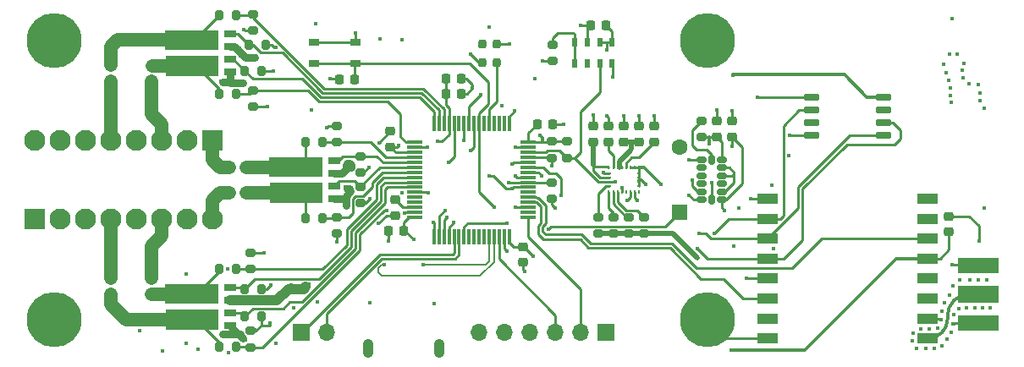
<source format=gtl>
%TF.GenerationSoftware,KiCad,Pcbnew,(6.0.5)*%
%TF.CreationDate,2023-05-13T15:18:51-04:00*%
%TF.ProjectId,SAP Mk2,53415020-4d6b-4322-9e6b-696361645f70,rev?*%
%TF.SameCoordinates,Original*%
%TF.FileFunction,Copper,L1,Top*%
%TF.FilePolarity,Positive*%
%FSLAX46Y46*%
G04 Gerber Fmt 4.6, Leading zero omitted, Abs format (unit mm)*
G04 Created by KiCad (PCBNEW (6.0.5)) date 2023-05-13 15:18:51*
%MOMM*%
%LPD*%
G01*
G04 APERTURE LIST*
G04 Aperture macros list*
%AMRoundRect*
0 Rectangle with rounded corners*
0 $1 Rounding radius*
0 $2 $3 $4 $5 $6 $7 $8 $9 X,Y pos of 4 corners*
0 Add a 4 corners polygon primitive as box body*
4,1,4,$2,$3,$4,$5,$6,$7,$8,$9,$2,$3,0*
0 Add four circle primitives for the rounded corners*
1,1,$1+$1,$2,$3*
1,1,$1+$1,$4,$5*
1,1,$1+$1,$6,$7*
1,1,$1+$1,$8,$9*
0 Add four rect primitives between the rounded corners*
20,1,$1+$1,$2,$3,$4,$5,0*
20,1,$1+$1,$4,$5,$6,$7,0*
20,1,$1+$1,$6,$7,$8,$9,0*
20,1,$1+$1,$8,$9,$2,$3,0*%
%AMFreePoly0*
4,1,9,-0.284426,1.863909,0.285574,1.863909,0.285574,3.063909,0.985574,3.063909,0.985574,-2.236091,-0.984426,-2.236091,-0.984426,3.063909,-0.284426,3.063909,-0.284426,1.863909,-0.284426,1.863909,$1*%
%AMFreePoly1*
4,1,9,-0.313160,1.982989,0.256840,1.982989,0.256840,3.182989,0.956840,3.182989,0.956840,-2.117011,-1.013160,-2.117011,-1.013160,3.182989,-0.313160,3.182989,-0.313160,1.982989,-0.313160,1.982989,$1*%
G04 Aperture macros list end*
%TA.AperFunction,SMDPad,CuDef*%
%ADD10RoundRect,0.200000X0.200000X0.275000X-0.200000X0.275000X-0.200000X-0.275000X0.200000X-0.275000X0*%
%TD*%
%TA.AperFunction,SMDPad,CuDef*%
%ADD11RoundRect,0.225000X-0.225000X-0.250000X0.225000X-0.250000X0.225000X0.250000X-0.225000X0.250000X0*%
%TD*%
%TA.AperFunction,SMDPad,CuDef*%
%ADD12RoundRect,0.200000X0.275000X-0.200000X0.275000X0.200000X-0.275000X0.200000X-0.275000X-0.200000X0*%
%TD*%
%TA.AperFunction,SMDPad,CuDef*%
%ADD13RoundRect,0.225000X0.250000X-0.225000X0.250000X0.225000X-0.250000X0.225000X-0.250000X-0.225000X0*%
%TD*%
%TA.AperFunction,SMDPad,CuDef*%
%ADD14RoundRect,0.225000X-0.250000X0.225000X-0.250000X-0.225000X0.250000X-0.225000X0.250000X0.225000X0*%
%TD*%
%TA.AperFunction,ComponentPad*%
%ADD15C,5.500000*%
%TD*%
%TA.AperFunction,SMDPad,CuDef*%
%ADD16R,1.150000X0.700000*%
%TD*%
%TA.AperFunction,SMDPad,CuDef*%
%ADD17FreePoly0,90.000000*%
%TD*%
%TA.AperFunction,SMDPad,CuDef*%
%ADD18FreePoly1,90.000000*%
%TD*%
%TA.AperFunction,SMDPad,CuDef*%
%ADD19RoundRect,0.200000X-0.275000X0.200000X-0.275000X-0.200000X0.275000X-0.200000X0.275000X0.200000X0*%
%TD*%
%TA.AperFunction,SMDPad,CuDef*%
%ADD20RoundRect,0.200000X-0.200000X-0.250000X0.200000X-0.250000X0.200000X0.250000X-0.200000X0.250000X0*%
%TD*%
%TA.AperFunction,SMDPad,CuDef*%
%ADD21RoundRect,0.225000X0.225000X0.250000X-0.225000X0.250000X-0.225000X-0.250000X0.225000X-0.250000X0*%
%TD*%
%TA.AperFunction,SMDPad,CuDef*%
%ADD22R,4.190000X1.780000*%
%TD*%
%TA.AperFunction,SMDPad,CuDef*%
%ADD23R,4.190000X1.500000*%
%TD*%
%TA.AperFunction,SMDPad,CuDef*%
%ADD24R,2.000000X1.000000*%
%TD*%
%TA.AperFunction,SMDPad,CuDef*%
%ADD25R,1.050000X0.650000*%
%TD*%
%TA.AperFunction,SMDPad,CuDef*%
%ADD26RoundRect,0.150000X0.325000X0.150000X-0.325000X0.150000X-0.325000X-0.150000X0.325000X-0.150000X0*%
%TD*%
%TA.AperFunction,SMDPad,CuDef*%
%ADD27RoundRect,0.150000X0.150000X0.325000X-0.150000X0.325000X-0.150000X-0.325000X0.150000X-0.325000X0*%
%TD*%
%TA.AperFunction,SMDPad,CuDef*%
%ADD28RoundRect,0.075000X-0.075000X0.700000X-0.075000X-0.700000X0.075000X-0.700000X0.075000X0.700000X0*%
%TD*%
%TA.AperFunction,SMDPad,CuDef*%
%ADD29RoundRect,0.075000X-0.700000X0.075000X-0.700000X-0.075000X0.700000X-0.075000X0.700000X0.075000X0*%
%TD*%
%TA.AperFunction,SMDPad,CuDef*%
%ADD30R,0.550000X0.950000*%
%TD*%
%TA.AperFunction,SMDPad,CuDef*%
%ADD31R,0.230000X0.350000*%
%TD*%
%TA.AperFunction,SMDPad,CuDef*%
%ADD32R,0.350000X0.230000*%
%TD*%
%TA.AperFunction,SMDPad,CuDef*%
%ADD33RoundRect,0.150000X-0.650000X-0.150000X0.650000X-0.150000X0.650000X0.150000X-0.650000X0.150000X0*%
%TD*%
%TA.AperFunction,ComponentPad*%
%ADD34R,1.700000X1.700000*%
%TD*%
%TA.AperFunction,ComponentPad*%
%ADD35O,1.700000X1.700000*%
%TD*%
%TA.AperFunction,ComponentPad*%
%ADD36O,1.050000X1.900000*%
%TD*%
%TA.AperFunction,ComponentPad*%
%ADD37R,2.100000X2.100000*%
%TD*%
%TA.AperFunction,ComponentPad*%
%ADD38C,2.100000*%
%TD*%
%TA.AperFunction,ComponentPad*%
%ADD39R,1.600000X1.600000*%
%TD*%
%TA.AperFunction,ComponentPad*%
%ADD40C,1.600000*%
%TD*%
%TA.AperFunction,ViaPad*%
%ADD41C,0.450000*%
%TD*%
%TA.AperFunction,Conductor*%
%ADD42C,0.250000*%
%TD*%
%TA.AperFunction,Conductor*%
%ADD43C,0.353000*%
%TD*%
%TA.AperFunction,Conductor*%
%ADD44C,0.750000*%
%TD*%
%TA.AperFunction,Conductor*%
%ADD45C,0.300000*%
%TD*%
%TA.AperFunction,Conductor*%
%ADD46C,1.000000*%
%TD*%
%TA.AperFunction,Conductor*%
%ADD47C,0.350000*%
%TD*%
%TA.AperFunction,Conductor*%
%ADD48C,0.500000*%
%TD*%
%TA.AperFunction,Conductor*%
%ADD49C,1.350000*%
%TD*%
%TA.AperFunction,Conductor*%
%ADD50C,0.200000*%
%TD*%
G04 APERTURE END LIST*
D10*
%TO.P,R38,1*%
%TO.N,GNDREF*%
X124675400Y-105867200D03*
%TO.P,R38,2*%
%TO.N,/PY6*%
X123025400Y-105867200D03*
%TD*%
D11*
%TO.P,C8,1*%
%TO.N,GNDREF*%
X157213000Y-103886000D03*
%TO.P,C8,2*%
%TO.N,+3V3*%
X158763000Y-103886000D03*
%TD*%
D12*
%TO.P,R11,1*%
%TO.N,/SCL*%
X153340341Y-117195376D03*
%TO.P,R11,2*%
%TO.N,+3V3*%
X153340341Y-115545376D03*
%TD*%
D13*
%TO.P,C5,1*%
%TO.N,+3V3*%
X157480000Y-115583000D03*
%TO.P,C5,2*%
%TO.N,GNDREF*%
X157480000Y-114033000D03*
%TD*%
D12*
%TO.P,R14,1*%
%TO.N,/SENSE1*%
X123190000Y-136156200D03*
%TO.P,R14,2*%
%TO.N,GNDREF*%
X123190000Y-134506200D03*
%TD*%
D14*
%TO.P,C12,1*%
%TO.N,Net-(C12-Pad1)*%
X137668000Y-121399000D03*
%TO.P,C12,2*%
%TO.N,GNDREF*%
X137668000Y-122949000D03*
%TD*%
D15*
%TO.P,REF\u002A\u002A,1*%
%TO.N,GNDREF*%
X168910000Y-133350000D03*
%TD*%
D12*
%TO.P,R12,1*%
%TO.N,/SDA*%
X154864341Y-117195376D03*
%TO.P,R12,2*%
%TO.N,+3V3*%
X154864341Y-115545376D03*
%TD*%
D16*
%TO.P,Q1,1,S1*%
%TO.N,GNDREF*%
X121131000Y-133985000D03*
%TO.P,Q1,2,G1*%
%TO.N,/PY1*%
X121131000Y-132715000D03*
%TO.P,Q1,3,S2*%
%TO.N,GNDREF*%
X121131000Y-131445000D03*
%TO.P,Q1,4,G2*%
%TO.N,/PY2*%
X121131000Y-130175000D03*
D17*
%TO.P,Q1,5,D1*%
%TO.N,/FET1*%
X117719909Y-133350574D03*
D18*
%TO.P,Q1,6,D2*%
%TO.N,/FET2*%
X117838989Y-130781840D03*
%TD*%
D14*
%TO.P,C2,1*%
%TO.N,GNDREF*%
X169815000Y-113525000D03*
%TO.P,C2,2*%
%TO.N,+3V3*%
X169815000Y-115075000D03*
%TD*%
D12*
%TO.P,R20,1*%
%TO.N,/SENSE2*%
X123190000Y-128333000D03*
%TO.P,R20,2*%
%TO.N,GNDREF*%
X123190000Y-126683000D03*
%TD*%
D19*
%TO.P,R1,1*%
%TO.N,Net-(R1-Pad1)*%
X159512000Y-123127000D03*
%TO.P,R1,2*%
%TO.N,+3V3*%
X159512000Y-124777000D03*
%TD*%
D20*
%TO.P,Y1,1,Tri-State*%
%TO.N,unconnected-(Y1-Pad1)*%
X146341000Y-105755000D03*
%TO.P,Y1,2,GND*%
%TO.N,GNDREF*%
X146341000Y-107605000D03*
%TO.P,Y1,3,OUT*%
%TO.N,Net-(U6-Pad5)*%
X147791000Y-107605000D03*
%TO.P,Y1,4,VDD*%
%TO.N,+3V3*%
X147791000Y-105755000D03*
%TD*%
D21*
%TO.P,C11,1*%
%TO.N,/NRST*%
X133612489Y-109316978D03*
%TO.P,C11,2*%
%TO.N,GNDREF*%
X132062489Y-109316978D03*
%TD*%
D19*
%TO.P,R28,1*%
%TO.N,/SENSE6*%
X123444000Y-102807000D03*
%TO.P,R28,2*%
%TO.N,GNDREF*%
X123444000Y-104457000D03*
%TD*%
D13*
%TO.P,C9,1*%
%TO.N,Net-(C9-Pad1)*%
X159004000Y-115583000D03*
%TO.P,C9,2*%
%TO.N,GNDREF*%
X159004000Y-114033000D03*
%TD*%
D12*
%TO.P,R16,1*%
%TO.N,/SENSE4*%
X131826000Y-115633000D03*
%TO.P,R16,2*%
%TO.N,GNDREF*%
X131826000Y-113983000D03*
%TD*%
D10*
%TO.P,R31,1*%
%TO.N,GNDREF*%
X124269000Y-130302000D03*
%TO.P,R31,2*%
%TO.N,/PY2*%
X122619000Y-130302000D03*
%TD*%
D12*
%TO.P,R6,1*%
%TO.N,+3V3*%
X157988000Y-124777000D03*
%TO.P,R6,2*%
%TO.N,Net-(R6-Pad2)*%
X157988000Y-123127000D03*
%TD*%
D13*
%TO.P,C4,1*%
%TO.N,+3V3*%
X160528000Y-115583000D03*
%TO.P,C4,2*%
%TO.N,GNDREF*%
X160528000Y-114033000D03*
%TD*%
D11*
%TO.P,C13,1*%
%TO.N,+3V3*%
X151867000Y-113792000D03*
%TO.P,C13,2*%
%TO.N,GNDREF*%
X153417000Y-113792000D03*
%TD*%
D13*
%TO.P,C20,1*%
%TO.N,+3V3*%
X193040000Y-124600000D03*
%TO.P,C20,2*%
%TO.N,GNDREF*%
X193040000Y-123050000D03*
%TD*%
D10*
%TO.P,R24,1*%
%TO.N,/SENSE5*%
X121729000Y-110794800D03*
%TO.P,R24,2*%
%TO.N,/FET5*%
X120079000Y-110794800D03*
%TD*%
D22*
%TO.P,AE1,1,A*%
%TO.N,Net-(AE1-Pad1)*%
X196013492Y-130837784D03*
D23*
%TO.P,AE1,2,Shield*%
%TO.N,GNDREF*%
X196013492Y-133744324D03*
X196013492Y-127931244D03*
%TD*%
D24*
%TO.P,U5,1,GND*%
%TO.N,GNDREF*%
X174880000Y-121270000D03*
%TO.P,U5,2,MISO*%
%TO.N,/MISO*%
X174880000Y-123270000D03*
%TO.P,U5,3,MOSI*%
%TO.N,/MOSI*%
X174880000Y-125270000D03*
%TO.P,U5,4,SCK*%
%TO.N,/SCK*%
X174880000Y-127270000D03*
%TO.P,U5,5,NSS*%
%TO.N,/CS_LoRa*%
X174880000Y-129270000D03*
%TO.P,U5,6,RESET*%
%TO.N,/LoRa_RST*%
X174880000Y-131270000D03*
%TO.P,U5,7,DIO5*%
%TO.N,unconnected-(U5-Pad7)*%
X174880000Y-133270000D03*
%TO.P,U5,8,GND*%
%TO.N,GNDREF*%
X174880000Y-135270000D03*
%TO.P,U5,9,ANT*%
%TO.N,Net-(AE1-Pad1)*%
X190880000Y-135270000D03*
%TO.P,U5,10,GND*%
%TO.N,GNDREF*%
X190880000Y-133270000D03*
%TO.P,U5,11,DIO3*%
%TO.N,unconnected-(U5-Pad11)*%
X190880000Y-131270000D03*
%TO.P,U5,12,DIO4*%
%TO.N,unconnected-(U5-Pad12)*%
X190880000Y-129270000D03*
%TO.P,U5,13,3.3V*%
%TO.N,+3V3*%
X190880000Y-127270000D03*
%TO.P,U5,14,DIO0*%
%TO.N,/LoRa_INT*%
X190880000Y-125270000D03*
%TO.P,U5,15,DIO1*%
%TO.N,unconnected-(U5-Pad15)*%
X190880000Y-123270000D03*
%TO.P,U5,16,DIO2*%
%TO.N,unconnected-(U5-Pad16)*%
X190880000Y-121270000D03*
%TD*%
D19*
%TO.P,R21,1*%
%TO.N,/FET5*%
X113284000Y-107887000D03*
%TO.P,R21,2*%
%TO.N,/FIRE5*%
X113284000Y-109537000D03*
%TD*%
%TO.P,R4,1*%
%TO.N,Net-(R4-Pad1)*%
X153416000Y-105855000D03*
%TO.P,R4,2*%
%TO.N,+3V3*%
X153416000Y-107505000D03*
%TD*%
D16*
%TO.P,Q2,1,S1*%
%TO.N,GNDREF*%
X131562011Y-121285000D03*
%TO.P,Q2,2,G1*%
%TO.N,/PY3*%
X131562011Y-120015000D03*
%TO.P,Q2,3,S2*%
%TO.N,GNDREF*%
X131562011Y-118745000D03*
%TO.P,Q2,4,G2*%
%TO.N,/PY4*%
X131562011Y-117475000D03*
D17*
%TO.P,Q2,5,D1*%
%TO.N,/FET3*%
X128150920Y-120650574D03*
D18*
%TO.P,Q2,6,D2*%
%TO.N,/FET4*%
X128270000Y-118081840D03*
%TD*%
D19*
%TO.P,R10,1*%
%TO.N,/MISO*%
X153340341Y-119641121D03*
%TO.P,R10,2*%
%TO.N,+3V3*%
X153340341Y-121291121D03*
%TD*%
D10*
%TO.P,R30,1*%
%TO.N,/SENSE6*%
X121729000Y-102870000D03*
%TO.P,R30,2*%
%TO.N,/FET6*%
X120079000Y-102870000D03*
%TD*%
D13*
%TO.P,C7,1*%
%TO.N,+3V3*%
X171339000Y-115075000D03*
%TO.P,C7,2*%
%TO.N,GNDREF*%
X171339000Y-113525000D03*
%TD*%
D10*
%TO.P,R23,1*%
%TO.N,/SENSE2*%
X121729000Y-128270000D03*
%TO.P,R23,2*%
%TO.N,/FET2*%
X120079000Y-128270000D03*
%TD*%
D25*
%TO.P,SW1,1,A*%
%TO.N,GNDREF*%
X133647000Y-105605000D03*
X129497000Y-105605000D03*
%TO.P,SW1,2,B*%
%TO.N,/NRST*%
X129497000Y-107755000D03*
X133647000Y-107755000D03*
%TD*%
D19*
%TO.P,R27,1*%
%TO.N,/FET6*%
X109220000Y-107887000D03*
%TO.P,R27,2*%
%TO.N,/FIRE6*%
X109220000Y-109537000D03*
%TD*%
D10*
%TO.P,R18,1*%
%TO.N,/SENSE4*%
X130365000Y-115570000D03*
%TO.P,R18,2*%
%TO.N,/FET4*%
X128715000Y-115570000D03*
%TD*%
D19*
%TO.P,R26,1*%
%TO.N,/SENSE3*%
X131826000Y-123127000D03*
%TO.P,R26,2*%
%TO.N,GNDREF*%
X131826000Y-124777000D03*
%TD*%
D11*
%TO.P,C18,1*%
%TO.N,+3V3*%
X142735000Y-109220000D03*
%TO.P,C18,2*%
%TO.N,GNDREF*%
X144285000Y-109220000D03*
%TD*%
D26*
%TO.P,U3,1,Vdd_I/O*%
%TO.N,+3V3*%
X170307000Y-121380000D03*
%TO.P,U3,2,GND*%
%TO.N,GNDREF*%
X170307000Y-120580000D03*
%TO.P,U3,3,RES*%
%TO.N,unconnected-(U3-Pad3)*%
X170307000Y-119780000D03*
%TO.P,U3,4,GND*%
%TO.N,GNDREF*%
X170307000Y-118980000D03*
%TO.P,U3,5,GND*%
X170307000Y-118180000D03*
%TO.P,U3,6,Vs*%
%TO.N,+3V3*%
X170307000Y-117380000D03*
D27*
%TO.P,U3,7,~{CS}*%
%TO.N,Net-(R3-Pad1)*%
X169307000Y-117380000D03*
D26*
%TO.P,U3,8,INT1*%
%TO.N,/HighG_INT*%
X168307000Y-117380000D03*
%TO.P,U3,9,INT2*%
%TO.N,unconnected-(U3-Pad9)*%
X168307000Y-118180000D03*
%TO.P,U3,10,NC*%
%TO.N,unconnected-(U3-Pad10)*%
X168307000Y-118980000D03*
%TO.P,U3,11,RES*%
%TO.N,unconnected-(U3-Pad11)*%
X168307000Y-119780000D03*
%TO.P,U3,12,SDO/ADDR*%
%TO.N,GNDREF*%
X168307000Y-120580000D03*
%TO.P,U3,13,SDA/SDI/SDIO*%
%TO.N,/SDA*%
X168307000Y-121380000D03*
D27*
%TO.P,U3,14,SCL/SCLK*%
%TO.N,/SCL*%
X169307000Y-121380000D03*
%TD*%
D19*
%TO.P,R5,1*%
%TO.N,Net-(R5-Pad1)*%
X161036000Y-123127000D03*
%TO.P,R5,2*%
%TO.N,+3V3*%
X161036000Y-124777000D03*
%TD*%
%TO.P,R22,1*%
%TO.N,/SENSE5*%
X123444000Y-110427000D03*
%TO.P,R22,2*%
%TO.N,GNDREF*%
X123444000Y-112077000D03*
%TD*%
D13*
%TO.P,C10,1*%
%TO.N,Net-(C10-Pad1)*%
X163576000Y-115583000D03*
%TO.P,C10,2*%
%TO.N,GNDREF*%
X163576000Y-114033000D03*
%TD*%
%TO.P,C1,1*%
%TO.N,+3V3*%
X162052000Y-115583000D03*
%TO.P,C1,2*%
%TO.N,GNDREF*%
X162052000Y-114033000D03*
%TD*%
D15*
%TO.P,REF\u002A\u002A,1*%
%TO.N,GNDREF*%
X103505000Y-133350000D03*
%TD*%
D10*
%TO.P,R15,1*%
%TO.N,/FET4*%
X122745000Y-118110000D03*
%TO.P,R15,2*%
%TO.N,/FIRE4*%
X121095000Y-118110000D03*
%TD*%
D28*
%TO.P,U6,1,VBAT*%
%TO.N,+3V3*%
X149038000Y-113705000D03*
%TO.P,U6,2,PC13*%
%TO.N,unconnected-(U6-Pad2)*%
X148538000Y-113705000D03*
%TO.P,U6,3,PC14*%
%TO.N,unconnected-(U6-Pad3)*%
X148038000Y-113705000D03*
%TO.P,U6,4,PC15*%
%TO.N,unconnected-(U6-Pad4)*%
X147538000Y-113705000D03*
%TO.P,U6,5,PH0*%
%TO.N,Net-(U6-Pad5)*%
X147038000Y-113705000D03*
%TO.P,U6,6,PH1*%
%TO.N,unconnected-(U6-Pad6)*%
X146538000Y-113705000D03*
%TO.P,U6,7,NRST*%
%TO.N,/NRST*%
X146038000Y-113705000D03*
%TO.P,U6,8,PC0*%
%TO.N,/CS_SD*%
X145538000Y-113705000D03*
%TO.P,U6,9,PC1*%
%TO.N,/CS_FL*%
X145038000Y-113705000D03*
%TO.P,U6,10,PC2*%
%TO.N,/CS_LoRa*%
X144538000Y-113705000D03*
%TO.P,U6,11,PC3*%
%TO.N,unconnected-(U6-Pad11)*%
X144038000Y-113705000D03*
%TO.P,U6,12,VSSA*%
%TO.N,GNDREF*%
X143538000Y-113705000D03*
%TO.P,U6,13,VDDA*%
%TO.N,+3V3*%
X143038000Y-113705000D03*
%TO.P,U6,14,PA0*%
%TO.N,/SENSE6*%
X142538000Y-113705000D03*
%TO.P,U6,15,PA1*%
%TO.N,/PY6*%
X142038000Y-113705000D03*
%TO.P,U6,16,PA2*%
%TO.N,/PY5*%
X141538000Y-113705000D03*
D29*
%TO.P,U6,17,PA3*%
%TO.N,/SENSE5*%
X139613000Y-115630000D03*
%TO.P,U6,18,VSS*%
%TO.N,GNDREF*%
X139613000Y-116130000D03*
%TO.P,U6,19,VDD*%
%TO.N,+3V3*%
X139613000Y-116630000D03*
%TO.P,U6,20,PA4*%
%TO.N,/SENSE4*%
X139613000Y-117130000D03*
%TO.P,U6,21,PA5*%
%TO.N,/PY4*%
X139613000Y-117630000D03*
%TO.P,U6,22,PA6*%
%TO.N,/PY3*%
X139613000Y-118130000D03*
%TO.P,U6,23,PA7*%
%TO.N,/SENSE3*%
X139613000Y-118630000D03*
%TO.P,U6,24,PC4*%
%TO.N,/SENSE2*%
X139613000Y-119130000D03*
%TO.P,U6,25,PC5*%
%TO.N,/PY2*%
X139613000Y-119630000D03*
%TO.P,U6,26,PB0*%
%TO.N,/PY1*%
X139613000Y-120130000D03*
%TO.P,U6,27,PB1*%
%TO.N,/SENSE1*%
X139613000Y-120630000D03*
%TO.P,U6,28,PB2*%
%TO.N,unconnected-(U6-Pad28)*%
X139613000Y-121130000D03*
%TO.P,U6,29,PB10*%
%TO.N,unconnected-(U6-Pad29)*%
X139613000Y-121630000D03*
%TO.P,U6,30,VCAP_1*%
%TO.N,Net-(C12-Pad1)*%
X139613000Y-122130000D03*
%TO.P,U6,31,VSS*%
%TO.N,GNDREF*%
X139613000Y-122630000D03*
%TO.P,U6,32,VDD*%
%TO.N,+3V3*%
X139613000Y-123130000D03*
D28*
%TO.P,U6,33,PB12*%
%TO.N,/HighG_INT*%
X141538000Y-125055000D03*
%TO.P,U6,34,PB13*%
%TO.N,/IMU_I1*%
X142038000Y-125055000D03*
%TO.P,U6,35,PB14*%
%TO.N,/IMU_I2*%
X142538000Y-125055000D03*
%TO.P,U6,36,PB15*%
%TO.N,/IMU_IM*%
X143038000Y-125055000D03*
%TO.P,U6,37,PC6*%
%TO.N,/SERVO1*%
X143538000Y-125055000D03*
%TO.P,U6,38,PC7*%
%TO.N,/SERVO2*%
X144038000Y-125055000D03*
%TO.P,U6,39,PC8*%
%TO.N,Net-(LS1-Pad1)*%
X144538000Y-125055000D03*
%TO.P,U6,40,PC9*%
%TO.N,unconnected-(U6-Pad40)*%
X145038000Y-125055000D03*
%TO.P,U6,41,PA8*%
%TO.N,unconnected-(U6-Pad41)*%
X145538000Y-125055000D03*
%TO.P,U6,42,PA9*%
%TO.N,unconnected-(U6-Pad42)*%
X146038000Y-125055000D03*
%TO.P,U6,43,PA10*%
%TO.N,unconnected-(U6-Pad43)*%
X146538000Y-125055000D03*
%TO.P,U6,44,PA11*%
%TO.N,/D-*%
X147038000Y-125055000D03*
%TO.P,U6,45,PA12*%
%TO.N,/D+*%
X147538000Y-125055000D03*
%TO.P,U6,46,PA13*%
%TO.N,/SWDIO*%
X148038000Y-125055000D03*
%TO.P,U6,47,VSS*%
%TO.N,GNDREF*%
X148538000Y-125055000D03*
%TO.P,U6,48,VDD*%
%TO.N,+3V3*%
X149038000Y-125055000D03*
D29*
%TO.P,U6,49,PA14*%
%TO.N,/SWCLK*%
X150963000Y-123130000D03*
%TO.P,U6,50,PA15*%
%TO.N,unconnected-(U6-Pad50)*%
X150963000Y-122630000D03*
%TO.P,U6,51,PC10*%
%TO.N,/FIX*%
X150963000Y-122130000D03*
%TO.P,U6,52,PC11*%
%TO.N,/LoRa_RST*%
X150963000Y-121630000D03*
%TO.P,U6,53,PC12*%
%TO.N,/LoRa_INT*%
X150963000Y-121130000D03*
%TO.P,U6,54,PD2*%
%TO.N,unconnected-(U6-Pad54)*%
X150963000Y-120630000D03*
%TO.P,U6,55,PB3*%
%TO.N,/SCK*%
X150963000Y-120130000D03*
%TO.P,U6,56,PB4*%
%TO.N,/MISO*%
X150963000Y-119630000D03*
%TO.P,U6,57,PB5*%
%TO.N,/MOSI*%
X150963000Y-119130000D03*
%TO.P,U6,58,PB6*%
%TO.N,/TX1*%
X150963000Y-118630000D03*
%TO.P,U6,59,PB7*%
%TO.N,/RX1*%
X150963000Y-118130000D03*
%TO.P,U6,60,BOOT0*%
%TO.N,/BOOT0*%
X150963000Y-117630000D03*
%TO.P,U6,61,PB8*%
%TO.N,/SCL*%
X150963000Y-117130000D03*
%TO.P,U6,62,PB9*%
%TO.N,/SDA*%
X150963000Y-116630000D03*
%TO.P,U6,63,VSS*%
%TO.N,GNDREF*%
X150963000Y-116130000D03*
%TO.P,U6,64,VDD*%
%TO.N,+3V3*%
X150963000Y-115630000D03*
%TD*%
D30*
%TO.P,U2,1,VDD*%
%TO.N,+3V3*%
X159355000Y-105605000D03*
%TO.P,U2,2,PS*%
X158105000Y-105605000D03*
%TO.P,U2,3,GND*%
%TO.N,GNDREF*%
X156855000Y-105605000D03*
%TO.P,U2,4,CSB*%
%TO.N,Net-(R4-Pad1)*%
X155605000Y-105605000D03*
%TO.P,U2,5,CSB*%
X155605000Y-107755000D03*
%TO.P,U2,6,SDO*%
%TO.N,unconnected-(U2-Pad6)*%
X156855000Y-107755000D03*
%TO.P,U2,7,SDI/SDA*%
%TO.N,/SDA*%
X158105000Y-107755000D03*
%TO.P,U2,8,SCLK*%
%TO.N,/SCL*%
X159355000Y-107755000D03*
%TD*%
D13*
%TO.P,C15,1*%
%TO.N,+3V3*%
X137160000Y-116091000D03*
%TO.P,C15,2*%
%TO.N,GNDREF*%
X137160000Y-114541000D03*
%TD*%
D19*
%TO.P,R3,1*%
%TO.N,Net-(R3-Pad1)*%
X168291000Y-113475000D03*
%TO.P,R3,2*%
%TO.N,+3V3*%
X168291000Y-115125000D03*
%TD*%
%TO.P,R2,1*%
%TO.N,Net-(R2-Pad1)*%
X162560000Y-123127000D03*
%TO.P,R2,2*%
%TO.N,+3V3*%
X162560000Y-124777000D03*
%TD*%
D14*
%TO.P,C14,1*%
%TO.N,+3V3*%
X150422078Y-126103070D03*
%TO.P,C14,2*%
%TO.N,GNDREF*%
X150422078Y-127653070D03*
%TD*%
D10*
%TO.P,R25,1*%
%TO.N,/FET3*%
X122745000Y-120650000D03*
%TO.P,R25,2*%
%TO.N,/FIRE3*%
X121095000Y-120650000D03*
%TD*%
%TO.P,R34,1*%
%TO.N,GNDREF*%
X124269000Y-133045200D03*
%TO.P,R34,2*%
%TO.N,/PY1*%
X122619000Y-133045200D03*
%TD*%
D12*
%TO.P,R13,1*%
%TO.N,/FET1*%
X109220000Y-130873000D03*
%TO.P,R13,2*%
%TO.N,/FIRE1*%
X109220000Y-129223000D03*
%TD*%
D21*
%TO.P,C16,1*%
%TO.N,+3V3*%
X138512449Y-124475255D03*
%TO.P,C16,2*%
%TO.N,GNDREF*%
X136962449Y-124475255D03*
%TD*%
D16*
%TO.P,Q3,1,S1*%
%TO.N,GNDREF*%
X121131000Y-108585000D03*
%TO.P,Q3,2,G1*%
%TO.N,/PY5*%
X121131000Y-107315000D03*
%TO.P,Q3,3,S2*%
%TO.N,GNDREF*%
X121131000Y-106045000D03*
%TO.P,Q3,4,G2*%
%TO.N,/PY6*%
X121131000Y-104775000D03*
D17*
%TO.P,Q3,5,D1*%
%TO.N,/FET5*%
X117719909Y-107950574D03*
D18*
%TO.P,Q3,6,D2*%
%TO.N,/FET6*%
X117838989Y-105381840D03*
%TD*%
D10*
%TO.P,R39,1*%
%TO.N,GNDREF*%
X124269000Y-108458000D03*
%TO.P,R39,2*%
%TO.N,/PY5*%
X122619000Y-108458000D03*
%TD*%
D31*
%TO.P,U4,1,VDDIO*%
%TO.N,+3V3*%
X159023000Y-118155000D03*
D32*
%TO.P,U4,2,SCL/SPC*%
%TO.N,/SCL*%
X159053000Y-118735000D03*
%TO.P,U4,3,VDDIO*%
%TO.N,+3V3*%
X159053000Y-119165000D03*
%TO.P,U4,4,SDA/SDI/SDO*%
%TO.N,/SDA*%
X159053000Y-119595000D03*
%TO.P,U4,5,SDO_A/G*%
%TO.N,Net-(R6-Pad2)*%
X159053000Y-120025000D03*
D31*
%TO.P,U4,6,SDO_M*%
%TO.N,Net-(R1-Pad1)*%
X159023000Y-120605000D03*
%TO.P,U4,7,CS_A/G*%
%TO.N,Net-(R5-Pad1)*%
X159453000Y-120605000D03*
%TO.P,U4,8,CS_M*%
%TO.N,Net-(R2-Pad1)*%
X159883000Y-120605000D03*
%TO.P,U4,9,DRDY_M*%
%TO.N,/IMU_IM*%
X160313000Y-120605000D03*
%TO.P,U4,10,INT_M*%
%TO.N,unconnected-(U4-Pad10)*%
X160743000Y-120605000D03*
%TO.P,U4,11,INT1_A/G*%
%TO.N,/IMU_I1*%
X161173000Y-120605000D03*
%TO.P,U4,12,INT2_A/G*%
%TO.N,/IMU_I2*%
X161603000Y-120605000D03*
%TO.P,U4,13,DEN_A/G*%
%TO.N,unconnected-(U4-Pad13)*%
X162033000Y-120605000D03*
D32*
%TO.P,U4,14,RES*%
%TO.N,GNDREF*%
X162003000Y-120025000D03*
%TO.P,U4,15,RES*%
X162003000Y-119595000D03*
%TO.P,U4,16,RES*%
X162003000Y-119165000D03*
%TO.P,U4,17,RES*%
X162003000Y-118735000D03*
D31*
%TO.P,U4,18,RES*%
X162033000Y-118155000D03*
%TO.P,U4,19,GND*%
X161603000Y-118155000D03*
%TO.P,U4,20,GND*%
X161173000Y-118155000D03*
%TO.P,U4,21,CAP*%
%TO.N,Net-(C10-Pad1)*%
X160743000Y-118155000D03*
%TO.P,U4,22,VDD*%
%TO.N,+3V3*%
X160313000Y-118155000D03*
%TO.P,U4,23,VDD*%
X159883000Y-118155000D03*
%TO.P,U4,24,C1*%
%TO.N,Net-(C9-Pad1)*%
X159453000Y-118155000D03*
%TD*%
D12*
%TO.P,R35,1*%
%TO.N,GNDREF*%
X134213600Y-121729000D03*
%TO.P,R35,2*%
%TO.N,/PY3*%
X134213600Y-120079000D03*
%TD*%
D10*
%TO.P,R29,1*%
%TO.N,/SENSE3*%
X130365000Y-123190000D03*
%TO.P,R29,2*%
%TO.N,/FET3*%
X128715000Y-123190000D03*
%TD*%
D15*
%TO.P,REF\u002A\u002A,1*%
%TO.N,GNDREF*%
X103505000Y-105410000D03*
%TD*%
D12*
%TO.P,R32,1*%
%TO.N,GNDREF*%
X134213600Y-118681000D03*
%TO.P,R32,2*%
%TO.N,/PY4*%
X134213600Y-117031000D03*
%TD*%
D11*
%TO.P,C17,1*%
%TO.N,+3V3*%
X142735000Y-110744000D03*
%TO.P,C17,2*%
%TO.N,GNDREF*%
X144285000Y-110744000D03*
%TD*%
D12*
%TO.P,R19,1*%
%TO.N,/FET2*%
X113284000Y-130873000D03*
%TO.P,R19,2*%
%TO.N,/FIRE2*%
X113284000Y-129223000D03*
%TD*%
D15*
%TO.P,REF\u002A\u002A,1*%
%TO.N,GNDREF*%
X168910000Y-105410000D03*
%TD*%
D33*
%TO.P,U8,1,~{CS}*%
%TO.N,/CS_FL*%
X179280000Y-111125000D03*
%TO.P,U8,2,DO(IO1)*%
%TO.N,/MISO*%
X179280000Y-112395000D03*
%TO.P,U8,3,IO2*%
%TO.N,unconnected-(U8-Pad3)*%
X179280000Y-113665000D03*
%TO.P,U8,4,GND*%
%TO.N,GNDREF*%
X179280000Y-114935000D03*
%TO.P,U8,5,DI(IO0)*%
%TO.N,/MOSI*%
X186480000Y-114935000D03*
%TO.P,U8,6,CLK*%
%TO.N,/SCK*%
X186480000Y-113665000D03*
%TO.P,U8,7,IO3*%
%TO.N,unconnected-(U8-Pad7)*%
X186480000Y-112395000D03*
%TO.P,U8,8,VCC*%
%TO.N,+3V3*%
X186480000Y-111125000D03*
%TD*%
D10*
%TO.P,R17,1*%
%TO.N,/SENSE1*%
X121729000Y-136093200D03*
%TO.P,R17,2*%
%TO.N,/FET1*%
X120079000Y-136093200D03*
%TD*%
D34*
%TO.P,J4,1,Pin_1*%
%TO.N,/BOOT0*%
X158750000Y-134620000D03*
D35*
%TO.P,J4,2,Pin_2*%
%TO.N,/SWCLK*%
X156210000Y-134620000D03*
%TO.P,J4,3,Pin_3*%
%TO.N,/SWDIO*%
X153670000Y-134620000D03*
%TO.P,J4,4,Pin_4*%
%TO.N,/NRST*%
X151130000Y-134620000D03*
%TO.P,J4,5,Pin_5*%
%TO.N,+3V3*%
X148590000Y-134620000D03*
%TO.P,J4,6,Pin_6*%
%TO.N,GNDREF*%
X146050000Y-134620000D03*
%TD*%
D36*
%TO.P,J1,6,Shield*%
%TO.N,GNDREF*%
X134898400Y-136296400D03*
X142048400Y-136296400D03*
%TD*%
D37*
%TO.P,J3,1,Pin_1*%
%TO.N,/LIPO+*%
X101600000Y-123310000D03*
D38*
%TO.P,J3,2,Pin_2*%
%TO.N,/SW+*%
X104140000Y-123310000D03*
%TO.P,J3,3,Pin_3*%
X106680000Y-123310000D03*
%TO.P,J3,4,Pin_4*%
%TO.N,/FIRE1*%
X109220000Y-123310000D03*
%TO.P,J3,5,Pin_5*%
%TO.N,/SW+*%
X111760000Y-123310000D03*
%TO.P,J3,6,Pin_6*%
%TO.N,/FIRE2*%
X114300000Y-123310000D03*
%TO.P,J3,7,Pin_7*%
%TO.N,/SW+*%
X116840000Y-123310000D03*
%TO.P,J3,8,Pin_8*%
%TO.N,/FIRE3*%
X119380000Y-123310000D03*
%TD*%
D34*
%TO.P,J5,1,Pin_1*%
%TO.N,/SERVO1*%
X128270000Y-134620000D03*
D35*
%TO.P,J5,2,Pin_2*%
%TO.N,/SERVO2*%
X130810000Y-134620000D03*
%TD*%
D37*
%TO.P,J2,1,Pin_1*%
%TO.N,/FIRE4*%
X119383547Y-115435154D03*
D38*
%TO.P,J2,2,Pin_2*%
%TO.N,/SW+*%
X116843547Y-115435154D03*
%TO.P,J2,3,Pin_3*%
%TO.N,/FIRE5*%
X114303547Y-115435154D03*
%TO.P,J2,4,Pin_4*%
%TO.N,/SW+*%
X111763547Y-115435154D03*
%TO.P,J2,5,Pin_5*%
%TO.N,/FIRE6*%
X109223547Y-115435154D03*
%TO.P,J2,6,Pin_6*%
%TO.N,/SW+*%
X106683547Y-115435154D03*
%TO.P,J2,7,Pin_7*%
%TO.N,/LIPO+*%
X104143547Y-115435154D03*
%TO.P,J2,8,Pin_8*%
%TO.N,GNDREF*%
X101603547Y-115435154D03*
%TD*%
D39*
%TO.P,LS1,1,1*%
%TO.N,Net-(LS1-Pad1)*%
X166116000Y-122630000D03*
D40*
%TO.P,LS1,2,2*%
%TO.N,GNDREF*%
X166116000Y-116130000D03*
%TD*%
D41*
%TO.N,GNDREF*%
X127482600Y-130632200D03*
X193141600Y-130911600D03*
X131826000Y-125628400D03*
X193471800Y-133807200D03*
X141579600Y-131775200D03*
X162052000Y-112979200D03*
X171545200Y-118980000D03*
X148336000Y-111963200D03*
X195097400Y-129387600D03*
X138572421Y-122701300D03*
X189357000Y-135534400D03*
X132461000Y-118872000D03*
X133146800Y-118414800D03*
X196443600Y-132232400D03*
X149656800Y-116128800D03*
X135991600Y-123748800D03*
X127203200Y-129946400D03*
X122097800Y-106172000D03*
X150571200Y-128524000D03*
X133654800Y-104698800D03*
X193243200Y-111658400D03*
X195630800Y-132232400D03*
X193827400Y-106781600D03*
X124510800Y-126695200D03*
X196596000Y-112217200D03*
X193497200Y-132892800D03*
X145186400Y-106781600D03*
X132537200Y-118008400D03*
X195961000Y-129387600D03*
X194792600Y-132232400D03*
X122174000Y-106934000D03*
X135026400Y-118110000D03*
X130759200Y-114198400D03*
X192989200Y-109423200D03*
X162712400Y-119837200D03*
X193217800Y-110921800D03*
X142951200Y-117652800D03*
X140868400Y-116128800D03*
X120904000Y-109829600D03*
X189839600Y-136245600D03*
X157480000Y-112928400D03*
X128981200Y-129813300D03*
X193065400Y-106781600D03*
X132740400Y-122072400D03*
X147015200Y-104089200D03*
X135077200Y-131724400D03*
X136967478Y-125544003D03*
X120507064Y-134966285D03*
X163576000Y-112979200D03*
X192227200Y-133400800D03*
X194462400Y-109194600D03*
X192811400Y-135331200D03*
X191109600Y-134289800D03*
X177139600Y-114960400D03*
X132689600Y-120091200D03*
X191947800Y-134188200D03*
X122529600Y-104343200D03*
X136042400Y-115671600D03*
X192760600Y-108661200D03*
X196824600Y-129387600D03*
X124866400Y-112064800D03*
X175463200Y-126288800D03*
X192494752Y-107824392D03*
X133119884Y-117599464D03*
X171339000Y-112429800D03*
X195986400Y-109855000D03*
X121269064Y-134966285D03*
X173228000Y-121259600D03*
X122478800Y-109778800D03*
X136144000Y-105308400D03*
X158800800Y-112979200D03*
X125476000Y-108458000D03*
X193167000Y-110159800D03*
X128066800Y-130200400D03*
X193421000Y-129997200D03*
X164236400Y-119837200D03*
X189433200Y-134721600D03*
X133096000Y-120751600D03*
X194005200Y-132283200D03*
X123672600Y-106984800D03*
X121716800Y-109474000D03*
X197205600Y-132232400D03*
X169824400Y-112420400D03*
X192328800Y-135991600D03*
X122682000Y-135382000D03*
X116738400Y-135737600D03*
X194360800Y-108432600D03*
X125120400Y-133756400D03*
X129286000Y-112369600D03*
X192328800Y-132511800D03*
X190703200Y-136296400D03*
X120243600Y-109474000D03*
X193399039Y-127917839D03*
X175310800Y-119938800D03*
X122986800Y-107340400D03*
X191541400Y-136296400D03*
X125679200Y-106117220D03*
X196138800Y-110667800D03*
X148844000Y-126542800D03*
X196037200Y-125526800D03*
X128707303Y-130485303D03*
X193243200Y-134620000D03*
X196138800Y-111455200D03*
X125171200Y-129946400D03*
X135077200Y-121310400D03*
X172059600Y-122224800D03*
X129692400Y-103784400D03*
X131165600Y-109220000D03*
X112117984Y-134470652D03*
X196596000Y-122174000D03*
X121980264Y-134956819D03*
X190195200Y-134315200D03*
X194513200Y-107696000D03*
X167386000Y-119380000D03*
X160528000Y-112979200D03*
X156210000Y-103886000D03*
X192557400Y-131648200D03*
X195021200Y-109728000D03*
X132486400Y-121310400D03*
X145389600Y-110185200D03*
X154533600Y-113792000D03*
X193395600Y-103276400D03*
X114401600Y-136499600D03*
X194106800Y-129387600D03*
X127457200Y-132181600D03*
%TO.N,+3V3*%
X120904000Y-128270000D03*
X138023600Y-115925600D03*
X149047200Y-105765600D03*
X171551600Y-126034800D03*
X153619200Y-122174000D03*
X171399200Y-108915200D03*
X152400000Y-107492800D03*
X116738400Y-128828800D03*
X138355000Y-105383400D03*
X129895600Y-131622800D03*
X161112200Y-116509800D03*
X141884400Y-115519200D03*
X151485600Y-127050800D03*
X152146000Y-114909600D03*
X171297600Y-136398000D03*
X138328400Y-120657300D03*
X167843200Y-127203200D03*
X120954639Y-136698141D03*
X151638000Y-109220000D03*
X157480000Y-116840000D03*
X117906800Y-136347200D03*
X149606000Y-112471200D03*
X158800800Y-106375200D03*
X125730000Y-135788400D03*
X170586400Y-122428000D03*
X139496800Y-125374400D03*
X169074600Y-115761000D03*
X171348400Y-116027200D03*
%TO.N,/NRST*%
X147523200Y-122123200D03*
%TO.N,/BOOT0*%
X149352000Y-117805200D03*
%TO.N,/CS_SD*%
X145161000Y-116459000D03*
%TO.N,/MOSI*%
X149707600Y-119024400D03*
X168021000Y-124764800D03*
%TO.N,/SCK*%
X147066000Y-118999000D03*
X167894000Y-126238000D03*
X149350193Y-120259620D03*
%TO.N,/MISO*%
X148971000Y-119634000D03*
X169545000Y-124714000D03*
%TO.N,Net-(LS1-Pad1)*%
X148844000Y-123698000D03*
X152958800Y-124339100D03*
%TO.N,/D+*%
X136525000Y-127889000D03*
%TO.N,/D-*%
X140462000Y-127889000D03*
%TO.N,/SCL*%
X158445200Y-118637300D03*
X159385000Y-109093000D03*
X169332400Y-119634000D03*
X153339800Y-117957600D03*
%TO.N,/SDA*%
X159703400Y-119595000D03*
X167021000Y-120904000D03*
%TO.N,/SENSE1*%
X136804400Y-122421700D03*
X140970000Y-120650000D03*
%TO.N,/HighG_INT*%
X167019314Y-117380000D03*
X141478000Y-123647200D03*
%TO.N,/IMU_IM*%
X160324800Y-120142000D03*
X143510000Y-123647200D03*
%TO.N,/IMU_I1*%
X142622864Y-122423157D03*
X160832800Y-121412000D03*
%TO.N,/IMU_I2*%
X161899600Y-121462800D03*
X142798800Y-123164600D03*
%TO.N,/CS_LoRa*%
X172821600Y-129235200D03*
X144526000Y-115468400D03*
%TO.N,/CS_FL*%
X173863000Y-111125000D03*
X146177000Y-110871000D03*
%TO.N,/FIX*%
X177038000Y-116992400D03*
X149656800Y-122123200D03*
%TO.N,/TX1*%
X152298400Y-118973600D03*
%TO.N,/RX1*%
X154279600Y-120904000D03*
%TD*%
D42*
%TO.N,Net-(LS1-Pad1)*%
X164688613Y-124057387D02*
X166116000Y-122630000D01*
X152958800Y-124339100D02*
X153240513Y-124057387D01*
X153240513Y-124057387D02*
X164688613Y-124057387D01*
%TO.N,/IMU_I2*%
X161603000Y-121166200D02*
X161603000Y-120605000D01*
X161899600Y-121462800D02*
X161603000Y-121166200D01*
%TO.N,/IMU_I1*%
X142622864Y-122423157D02*
X142038000Y-123008021D01*
X142038000Y-123008021D02*
X142038000Y-125055000D01*
%TO.N,/SCL*%
X158542900Y-118735000D02*
X159053000Y-118735000D01*
X158445200Y-118637300D02*
X158542900Y-118735000D01*
%TO.N,/SENSE1*%
X124386444Y-136156200D02*
X123190000Y-136156200D01*
X134101283Y-126441361D02*
X124386444Y-136156200D01*
X134101283Y-124856004D02*
X134101283Y-126441361D01*
X136535587Y-122421700D02*
X134101283Y-124856004D01*
X136804400Y-122421700D02*
X136535587Y-122421700D01*
%TO.N,/MOSI*%
X149813200Y-119130000D02*
X150963000Y-119130000D01*
X149707600Y-119024400D02*
X149813200Y-119130000D01*
X168706800Y-124764800D02*
X169212000Y-125270000D01*
X169212000Y-125270000D02*
X174880000Y-125270000D01*
X168021000Y-124764800D02*
X168706800Y-124764800D01*
%TO.N,GNDREF*%
X134658600Y-121729000D02*
X134213600Y-121729000D01*
X135077200Y-121310400D02*
X134658600Y-121729000D01*
X125323600Y-105867200D02*
X124675400Y-105867200D01*
X125573620Y-106117220D02*
X125323600Y-105867200D01*
X125679200Y-106117220D02*
X125573620Y-106117220D01*
X138643721Y-122630000D02*
X139613000Y-122630000D01*
X138572421Y-122701300D02*
X138643721Y-122630000D01*
X192096400Y-133270000D02*
X190880000Y-133270000D01*
X192227200Y-133400800D02*
X192096400Y-133270000D01*
%TO.N,Net-(AE1-Pad1)*%
X190880000Y-135270000D02*
X190933605Y-135270000D01*
X196116236Y-130824379D02*
X195078357Y-130824379D01*
D43*
X192913000Y-133290605D02*
X192913000Y-132989736D01*
X192913079Y-132989736D02*
G75*
G02*
X195078357Y-130824379I2165321J36D01*
G01*
X192913000Y-133290605D02*
G75*
G02*
X190933605Y-135270000I-1979400J5D01*
G01*
D42*
%TO.N,GNDREF*%
X173238400Y-121270000D02*
X173228000Y-121259600D01*
D44*
X120345200Y-134823200D02*
X122165424Y-134823200D01*
D42*
X136967478Y-125544003D02*
X136962449Y-125521151D01*
X169815000Y-113525000D02*
X169815000Y-112429800D01*
X122643400Y-104457000D02*
X122529600Y-104343200D01*
X134455400Y-118681000D02*
X135026400Y-118110000D01*
D44*
X122165424Y-134823200D02*
X122165424Y-134990683D01*
D42*
X123698000Y-134315200D02*
X123202200Y-134315200D01*
X162033000Y-118155000D02*
X162033000Y-118705000D01*
D44*
X132842000Y-117754400D02*
X133096000Y-117754400D01*
D42*
X162052000Y-114033000D02*
X162052000Y-112979200D01*
D44*
X133045200Y-120243600D02*
X132791200Y-120243600D01*
X122165424Y-134990683D02*
X122440630Y-135265889D01*
D45*
X162003000Y-119378200D02*
X162253400Y-119378200D01*
D42*
X150422078Y-128374878D02*
X150571200Y-128524000D01*
X150422078Y-127653070D02*
X150422078Y-128374878D01*
X162003000Y-119378200D02*
X162003000Y-118735000D01*
X136962449Y-124475255D02*
X136962449Y-125521151D01*
X167386000Y-120040400D02*
X167386000Y-119380000D01*
X133647000Y-105605000D02*
X133647000Y-104706600D01*
D44*
X121131000Y-106045000D02*
X121589800Y-106045000D01*
D42*
X153417000Y-113792000D02*
X154533600Y-113792000D01*
X160528000Y-114033000D02*
X160528000Y-112979200D01*
X196116236Y-127917839D02*
X193399039Y-127917839D01*
X193040000Y-123050000D02*
X195084400Y-123050000D01*
X196037200Y-124002800D02*
X196037200Y-125526800D01*
X140868400Y-116128800D02*
X140867200Y-116130000D01*
X129497000Y-105605000D02*
X133647000Y-105605000D01*
D46*
X121131000Y-131445000D02*
X121140320Y-131454320D01*
D42*
X136042400Y-115658600D02*
X136042400Y-115671600D01*
X149658000Y-116130000D02*
X149656800Y-116128800D01*
D46*
X125796880Y-131454320D02*
X126949200Y-130302000D01*
D44*
X131562011Y-121285000D02*
X132715000Y-121285000D01*
D42*
X174880000Y-121270000D02*
X173238400Y-121270000D01*
D44*
X122389862Y-109650200D02*
X122392139Y-109652477D01*
D42*
X146341000Y-107605000D02*
X146009800Y-107605000D01*
X124269000Y-133045200D02*
X124269000Y-133947400D01*
X162003000Y-120025000D02*
X162003000Y-119378200D01*
X136791400Y-122949000D02*
X135991600Y-123748800D01*
X179280000Y-114935000D02*
X177165000Y-114935000D01*
X167925600Y-120580000D02*
X167386000Y-120040400D01*
X144780000Y-109220000D02*
X145389600Y-109829600D01*
D44*
X132723480Y-120979044D02*
X133186280Y-120516244D01*
D42*
X157213000Y-103886000D02*
X156210000Y-103886000D01*
X171545200Y-118980000D02*
X171545200Y-118611600D01*
X124269000Y-133947400D02*
X123698000Y-134518400D01*
D45*
X162253400Y-119378200D02*
X162712400Y-119837200D01*
D44*
X132321633Y-118745000D02*
X132842000Y-118224633D01*
D42*
X169815000Y-112429800D02*
X169824400Y-112420400D01*
X124866400Y-112064800D02*
X124854200Y-112077000D01*
X174880000Y-135270000D02*
X170830000Y-135270000D01*
X196116236Y-133730919D02*
X193624281Y-133730919D01*
X162033000Y-118705000D02*
X162003000Y-118735000D01*
X195084400Y-123050000D02*
X196037200Y-124002800D01*
X156855000Y-105605000D02*
X156855000Y-104244000D01*
X144285000Y-110744000D02*
X144830800Y-110744000D01*
D44*
X132715000Y-121285000D02*
X132723480Y-121276520D01*
X121131000Y-108585000D02*
X121131000Y-109650200D01*
D42*
X121131000Y-133985000D02*
X121132600Y-133985000D01*
X143538000Y-113705000D02*
X143538000Y-117066000D01*
X171545200Y-118611600D02*
X171113600Y-118180000D01*
X137668000Y-122949000D02*
X136791400Y-122949000D01*
D45*
X162554200Y-118155000D02*
X164236400Y-119837200D01*
D42*
X170621677Y-120580000D02*
X171545200Y-119656477D01*
X144830800Y-110744000D02*
X145389600Y-110185200D01*
D46*
X121140320Y-131454320D02*
X125796880Y-131454320D01*
D44*
X121107200Y-109626400D02*
X120396000Y-109626400D01*
D42*
X137160000Y-114541000D02*
X136042400Y-115658600D01*
D44*
X122165424Y-134823200D02*
X122166927Y-134824703D01*
D42*
X124815600Y-130302000D02*
X125171200Y-129946400D01*
D44*
X121131000Y-109650200D02*
X122389862Y-109650200D01*
D42*
X124269000Y-133947400D02*
X125108200Y-133947400D01*
X163576000Y-114033000D02*
X163576000Y-112979200D01*
X170307000Y-118180000D02*
X171113600Y-118180000D01*
X148538000Y-126236800D02*
X148844000Y-126542800D01*
D44*
X121589800Y-106045000D02*
X122682000Y-107137200D01*
D42*
X131826000Y-124777000D02*
X131826000Y-125628400D01*
D44*
X133222507Y-117880907D02*
X133222507Y-118126723D01*
D42*
X150963000Y-116130000D02*
X149658000Y-116130000D01*
D46*
X126949200Y-130302000D02*
X128501670Y-130302000D01*
D44*
X131562011Y-118745000D02*
X132321633Y-118745000D01*
D42*
X131826000Y-113983000D02*
X130974600Y-113983000D01*
D44*
X122682000Y-107137200D02*
X123621800Y-107137200D01*
D42*
X171339000Y-113525000D02*
X171339000Y-112429800D01*
X125120400Y-133935200D02*
X125120400Y-133756400D01*
X171545200Y-118980000D02*
X170307000Y-118980000D01*
D44*
X132842000Y-118224633D02*
X132842000Y-117754400D01*
D42*
X193624281Y-133730919D02*
X193548000Y-133807200D01*
X123444000Y-104457000D02*
X122643400Y-104457000D01*
X145389600Y-109829600D02*
X145389600Y-110185200D01*
X156855000Y-104244000D02*
X157213000Y-103886000D01*
X157480000Y-114033000D02*
X157480000Y-112928400D01*
X134213600Y-118681000D02*
X134455400Y-118681000D01*
D46*
X128501670Y-130302000D02*
X128703335Y-130100335D01*
D44*
X121131000Y-109650200D02*
X121107200Y-109626400D01*
D42*
X123190000Y-126683000D02*
X124498600Y-126683000D01*
X124510800Y-126695200D02*
X124498600Y-126683000D01*
X170830000Y-135270000D02*
X168910000Y-133350000D01*
X177165000Y-114935000D02*
X177139600Y-114960400D01*
X143538000Y-117066000D02*
X142951200Y-117652800D01*
X124269000Y-108458000D02*
X125476000Y-108458000D01*
X132067000Y-109220000D02*
X131165600Y-109220000D01*
X146009800Y-107605000D02*
X145186400Y-106781600D01*
X130974600Y-113983000D02*
X130759200Y-114198400D01*
D44*
X132723480Y-121276520D02*
X132723480Y-121970800D01*
D42*
X161173000Y-118155000D02*
X162033000Y-118155000D01*
X168307000Y-120580000D02*
X167925600Y-120580000D01*
X124269000Y-130302000D02*
X124815600Y-130302000D01*
D44*
X132723480Y-121276520D02*
X132723480Y-120979044D01*
D45*
X162033000Y-118155000D02*
X162554200Y-118155000D01*
D42*
X144285000Y-109220000D02*
X144780000Y-109220000D01*
X170307000Y-120580000D02*
X170621677Y-120580000D01*
X159004000Y-113182400D02*
X158800800Y-112979200D01*
X136956800Y-125526800D02*
X136967478Y-125544003D01*
D44*
X133096000Y-117754400D02*
X133222507Y-117880907D01*
X121132600Y-133985000D02*
X121767600Y-134620000D01*
D42*
X148538000Y-125055000D02*
X148538000Y-126236800D01*
X139613000Y-116130000D02*
X140867200Y-116130000D01*
X159004000Y-114033000D02*
X159004000Y-113182400D01*
X123444000Y-112077000D02*
X124854200Y-112077000D01*
X171545200Y-119656477D02*
X171545200Y-118980000D01*
%TO.N,+3V3*%
X159355000Y-105605000D02*
X159355000Y-104478000D01*
X150963000Y-114696000D02*
X151867000Y-113792000D01*
X171348400Y-115084400D02*
X171348400Y-116027200D01*
X138512449Y-124475255D02*
X138597655Y-124475255D01*
X142341600Y-115519200D02*
X141884400Y-115519200D01*
X143038000Y-114822800D02*
X142341600Y-115519200D01*
D45*
X171450000Y-108864400D02*
X171399200Y-108915200D01*
D42*
X158800800Y-106375200D02*
X158809000Y-106367000D01*
X153340341Y-121291121D02*
X153340341Y-121895141D01*
D47*
X152409200Y-115172800D02*
X152146000Y-114909600D01*
D42*
X153340341Y-121895141D02*
X153619200Y-122174000D01*
X137858200Y-116091000D02*
X138023600Y-115925600D01*
D47*
X190880000Y-127270000D02*
X187791600Y-127270000D01*
D42*
X150422078Y-126103070D02*
X150537870Y-126103070D01*
X158105000Y-105605000D02*
X158809000Y-105605000D01*
X149471070Y-126103070D02*
X150422078Y-126103070D01*
X170307000Y-115567000D02*
X170307000Y-117380000D01*
X157480000Y-117856000D02*
X157480000Y-118465600D01*
X171399200Y-108915200D02*
X171399200Y-108864400D01*
X142735000Y-111904678D02*
X143038000Y-112207678D01*
X157683200Y-118059200D02*
X157480000Y-117856000D01*
D48*
X162560000Y-124777000D02*
X165417000Y-124777000D01*
D47*
X152409200Y-115630000D02*
X152409200Y-115172800D01*
D42*
X170307000Y-122148600D02*
X170586400Y-122428000D01*
D48*
X165417000Y-124777000D02*
X167843200Y-127203200D01*
D42*
X170742338Y-121380000D02*
X170307000Y-121380000D01*
X171339000Y-115075000D02*
X171348400Y-115084400D01*
D48*
X161112200Y-116509800D02*
X161303000Y-116319000D01*
X162052000Y-115583000D02*
X161303000Y-115583000D01*
D42*
X150537870Y-126103070D02*
X151485600Y-127050800D01*
X149038000Y-125670000D02*
X149471070Y-126103070D01*
X169074600Y-115125000D02*
X169765000Y-115125000D01*
D48*
X161303000Y-116319000D02*
X161303000Y-115583000D01*
X157480000Y-116840000D02*
X157480000Y-117856000D01*
D47*
X187791600Y-127270000D02*
X178663600Y-136398000D01*
D42*
X158179400Y-119165000D02*
X159053000Y-119165000D01*
X138597655Y-124475255D02*
X139496800Y-125374400D01*
X142735000Y-110744000D02*
X142735000Y-111904678D01*
D45*
X184835800Y-111125000D02*
X182575200Y-108864400D01*
D42*
X153255717Y-115630000D02*
X152409200Y-115630000D01*
X157480000Y-118465600D02*
X158179400Y-119165000D01*
X138512449Y-123615551D02*
X138512449Y-124475255D01*
X193040000Y-126365000D02*
X192135000Y-127270000D01*
X170307000Y-121380000D02*
X170307000Y-122148600D01*
X137160000Y-116091000D02*
X137858200Y-116091000D01*
X154864341Y-115545376D02*
X153340341Y-115545376D01*
X172364400Y-116100400D02*
X172364400Y-119757938D01*
X172364400Y-119757938D02*
X170742338Y-121380000D01*
X169765000Y-115125000D02*
X169815000Y-115075000D01*
X158809000Y-105605000D02*
X158809000Y-106367000D01*
X149038000Y-125055000D02*
X149038000Y-125670000D01*
X147791000Y-105755000D02*
X149036600Y-105755000D01*
D47*
X178663600Y-136398000D02*
X171297600Y-136398000D01*
D48*
X157480000Y-115583000D02*
X157480000Y-116840000D01*
D42*
X160065000Y-118155000D02*
X160313000Y-118155000D01*
X192135000Y-127270000D02*
X190880000Y-127270000D01*
X138998000Y-123130000D02*
X138512449Y-123615551D01*
D48*
X160065000Y-118155000D02*
X160065000Y-117557000D01*
D42*
X150963000Y-115630000D02*
X150963000Y-114696000D01*
X153416000Y-107505000D02*
X152412200Y-107505000D01*
X171339000Y-115075000D02*
X172364400Y-116100400D01*
D48*
X157988000Y-124777000D02*
X162560000Y-124777000D01*
D42*
X139613000Y-123130000D02*
X138998000Y-123130000D01*
D48*
X161303000Y-115583000D02*
X160528000Y-115583000D01*
D42*
X193040000Y-124600000D02*
X193040000Y-126365000D01*
X149038000Y-113039200D02*
X149606000Y-112471200D01*
D45*
X182575200Y-108864400D02*
X171450000Y-108864400D01*
D42*
X159883000Y-118155000D02*
X160065000Y-118155000D01*
X139613000Y-116630000D02*
X137699000Y-116630000D01*
X168291000Y-115125000D02*
X169074600Y-115125000D01*
X143038000Y-112207678D02*
X143038000Y-113705000D01*
D48*
X160065000Y-117557000D02*
X161112200Y-116509800D01*
D42*
X159023000Y-118155000D02*
X158927200Y-118059200D01*
X152412200Y-107505000D02*
X152400000Y-107492800D01*
X169815000Y-115075000D02*
X170307000Y-115567000D01*
D45*
X169074600Y-115125000D02*
X169074600Y-115761000D01*
D42*
X143038000Y-113705000D02*
X143038000Y-114822800D01*
X153340341Y-115545376D02*
X153255717Y-115630000D01*
X158809000Y-105605000D02*
X159355000Y-105605000D01*
X159355000Y-104478000D02*
X158763000Y-103886000D01*
X152409200Y-115630000D02*
X150963000Y-115630000D01*
X149038000Y-113705000D02*
X149038000Y-113039200D01*
X137699000Y-116630000D02*
X137160000Y-116091000D01*
X158927200Y-118059200D02*
X157683200Y-118059200D01*
D45*
X186480000Y-111125000D02*
X184835800Y-111125000D01*
D42*
X149036600Y-105755000D02*
X149047200Y-105765600D01*
X142735000Y-109220000D02*
X142735000Y-110744000D01*
%TO.N,Net-(C9-Pad1)*%
X159004000Y-116484400D02*
X159453000Y-116933400D01*
X159004000Y-115583000D02*
X159004000Y-116484400D01*
X159453000Y-116933400D02*
X159453000Y-118155000D01*
%TO.N,Net-(C10-Pad1)*%
X163576000Y-115583000D02*
X162014200Y-117144800D01*
X161288578Y-117144800D02*
X160743000Y-117690378D01*
X160743000Y-117690378D02*
X160743000Y-118155000D01*
X162014200Y-117144800D02*
X161288578Y-117144800D01*
%TO.N,/NRST*%
X146939000Y-109601000D02*
X145093000Y-107755000D01*
X133617000Y-109220000D02*
X133617000Y-107785000D01*
X146038000Y-113705000D02*
X146038000Y-112691679D01*
X133617000Y-107785000D02*
X133647000Y-107755000D01*
X146038000Y-120638000D02*
X147523200Y-122123200D01*
X146038000Y-112691679D02*
X146939000Y-111790679D01*
X129497000Y-107755000D02*
X133647000Y-107755000D01*
X145093000Y-107755000D02*
X133647000Y-107755000D01*
X146939000Y-111790679D02*
X146939000Y-109601000D01*
X146038000Y-113705000D02*
X146038000Y-120638000D01*
%TO.N,Net-(C12-Pad1)*%
X138399000Y-122130000D02*
X137668000Y-121399000D01*
X139613000Y-122130000D02*
X138399000Y-122130000D01*
D49*
%TO.N,/FIRE1*%
X109220000Y-129223000D02*
X109220000Y-123310000D01*
%TO.N,/FIRE2*%
X114300000Y-124968000D02*
X114300000Y-123310000D01*
X113284000Y-125984000D02*
X114300000Y-124968000D01*
X113284000Y-129223000D02*
X113284000Y-125984000D01*
%TO.N,/FIRE3*%
X119380000Y-123310000D02*
X119380000Y-121412000D01*
X120142000Y-120650000D02*
X121095000Y-120650000D01*
X119380000Y-121412000D02*
X120142000Y-120650000D01*
%TO.N,/FIRE6*%
X109223547Y-109540547D02*
X109223547Y-115435154D01*
D42*
X109220000Y-109537000D02*
X109223547Y-109540547D01*
D49*
%TO.N,/FIRE5*%
X113284000Y-109537000D02*
X113284000Y-112776000D01*
X113284000Y-112776000D02*
X114303547Y-113795547D01*
X114303547Y-113795547D02*
X114303547Y-115435154D01*
%TO.N,/FIRE4*%
X120142000Y-118110000D02*
X121095000Y-118110000D01*
X119383547Y-117351547D02*
X120142000Y-118110000D01*
X119383547Y-115435154D02*
X119383547Y-117351547D01*
D42*
%TO.N,/BOOT0*%
X149527200Y-117630000D02*
X149352000Y-117805200D01*
X150963000Y-117630000D02*
X149527200Y-117630000D01*
%TO.N,/SWCLK*%
X150963000Y-125105800D02*
X156210000Y-130352800D01*
X156210000Y-130352800D02*
X156210000Y-134620000D01*
X150963000Y-123130000D02*
X150963000Y-125105800D01*
%TO.N,/SWDIO*%
X148038000Y-127311600D02*
X153670000Y-132943600D01*
X148038000Y-125055000D02*
X148038000Y-127311600D01*
X153670000Y-132943600D02*
X153670000Y-134620000D01*
%TO.N,/SERVO1*%
X136160032Y-126826680D02*
X128366712Y-134620000D01*
X143429320Y-126826680D02*
X136160032Y-126826680D01*
X128366712Y-134620000D02*
X128270000Y-134620000D01*
X143538000Y-125055000D02*
X143538000Y-126718000D01*
X143538000Y-126718000D02*
X143429320Y-126826680D01*
%TO.N,/SERVO2*%
X144038000Y-126853000D02*
X144038000Y-125055000D01*
X130810000Y-132781034D02*
X136337034Y-127254000D01*
X130810000Y-134620000D02*
X130810000Y-132781034D01*
X136337034Y-127254000D02*
X143637000Y-127254000D01*
X143637000Y-127254000D02*
X144038000Y-126853000D01*
%TO.N,/CS_SD*%
X145538000Y-116082000D02*
X145538000Y-113705000D01*
X145161000Y-116459000D02*
X145538000Y-116082000D01*
%TO.N,/MOSI*%
X174880000Y-125270000D02*
X177973320Y-122176680D01*
X177973320Y-122176680D02*
X177973320Y-120095680D01*
X177973320Y-120095680D02*
X183134000Y-114935000D01*
X183134000Y-114935000D02*
X186480000Y-114935000D01*
%TO.N,/SCK*%
X188163200Y-114376200D02*
X188163200Y-115265200D01*
X149350193Y-120259620D02*
X149479813Y-120130000D01*
X187604400Y-115824000D02*
X182849322Y-115824000D01*
X178400640Y-125383360D02*
X176514000Y-127270000D01*
X168926000Y-127270000D02*
X174880000Y-127270000D01*
X182849322Y-115824000D02*
X178400640Y-120272682D01*
X176514000Y-127270000D02*
X174880000Y-127270000D01*
X147066000Y-118999000D02*
X147447000Y-118999000D01*
X188163200Y-115265200D02*
X187604400Y-115824000D01*
X149340813Y-120269000D02*
X149350193Y-120259620D01*
X147447000Y-118999000D02*
X148717000Y-120269000D01*
X148717000Y-120269000D02*
X149340813Y-120269000D01*
X186480000Y-113665000D02*
X187452000Y-113665000D01*
X149479813Y-120130000D02*
X150963000Y-120130000D01*
X167894000Y-126238000D02*
X168926000Y-127270000D01*
X187452000Y-113665000D02*
X188163200Y-114376200D01*
X178400640Y-120272682D02*
X178400640Y-125383360D01*
%TO.N,/MISO*%
X170989000Y-123270000D02*
X174880000Y-123270000D01*
X169545000Y-124714000D02*
X170989000Y-123270000D01*
X148975000Y-119630000D02*
X148971000Y-119634000D01*
X149229000Y-119630000D02*
X149225000Y-119634000D01*
X176479200Y-113969800D02*
X178054000Y-112395000D01*
X149229000Y-119630000D02*
X148975000Y-119630000D01*
X174880000Y-123270000D02*
X176196000Y-123270000D01*
X178054000Y-112395000D02*
X179280000Y-112395000D01*
X176196000Y-123270000D02*
X176479200Y-122986800D01*
X153329220Y-119630000D02*
X153340341Y-119641121D01*
X150963000Y-119630000D02*
X153329220Y-119630000D01*
X150963000Y-119630000D02*
X149229000Y-119630000D01*
X176479200Y-122986800D02*
X176479200Y-113969800D01*
%TO.N,Net-(LS1-Pad1)*%
X144907000Y-123698000D02*
X144538000Y-124067000D01*
X148844000Y-123698000D02*
X144907000Y-123698000D01*
X144538000Y-124067000D02*
X144538000Y-125055000D01*
%TO.N,/PY1*%
X133673963Y-126264359D02*
X128315522Y-131622800D01*
X136663960Y-120384040D02*
X136663960Y-121689005D01*
X122288800Y-132715000D02*
X122619000Y-133045200D01*
X127101600Y-131622800D02*
X126456520Y-132267880D01*
X123396320Y-132267880D02*
X122619000Y-133045200D01*
X122492000Y-132715000D02*
X122619000Y-132842000D01*
X128315522Y-131622800D02*
X127101600Y-131622800D01*
X136663960Y-121689005D02*
X133673963Y-124679002D01*
X139613000Y-120130000D02*
X136918000Y-120130000D01*
X133673963Y-124679002D02*
X133673963Y-126264359D01*
X136918000Y-120130000D02*
X136663960Y-120384040D01*
X121131000Y-132715000D02*
X122288800Y-132715000D01*
X126456520Y-132267880D02*
X123396320Y-132267880D01*
%TO.N,/PY2*%
X133246643Y-124502000D02*
X133246643Y-126087357D01*
X121131000Y-130175000D02*
X122492000Y-130175000D01*
X123635000Y-129286000D02*
X122619000Y-130302000D01*
X136594644Y-119630000D02*
X136236640Y-119988004D01*
X139613000Y-119630000D02*
X136594644Y-119630000D01*
X136236640Y-121512003D02*
X133246643Y-124502000D01*
X136236640Y-119988004D02*
X136236640Y-121512003D01*
X122492000Y-130175000D02*
X122619000Y-130302000D01*
X130048000Y-129286000D02*
X123635000Y-129286000D01*
X133246643Y-126087357D02*
X130048000Y-129286000D01*
D49*
%TO.N,/FET1*%
X109220000Y-131826000D02*
X109220000Y-130873000D01*
D42*
X120079000Y-136093200D02*
X120079000Y-135709665D01*
D49*
X117719909Y-133350574D02*
X110744574Y-133350574D01*
D42*
X120079000Y-135709665D02*
X117719909Y-133350574D01*
D49*
X110744574Y-133350574D02*
X109220000Y-131826000D01*
D42*
%TO.N,/FET2*%
X117747829Y-130873000D02*
X117838989Y-130781840D01*
X120079000Y-128270000D02*
X120079000Y-128541829D01*
X120079000Y-128541829D02*
X117838989Y-130781840D01*
D49*
X113284000Y-130873000D02*
X117747829Y-130873000D01*
D42*
%TO.N,/PY3*%
X136124000Y-118130000D02*
X139613000Y-118130000D01*
X133616200Y-119481600D02*
X132095411Y-119481600D01*
X134213600Y-120079000D02*
X133616200Y-119481600D01*
X132095411Y-119481600D02*
X131562011Y-120015000D01*
X134213600Y-120040400D02*
X134213600Y-120079000D01*
X136124000Y-118130000D02*
X134213600Y-120040400D01*
%TO.N,/PY4*%
X132397000Y-117031000D02*
X131953000Y-117475000D01*
X131953000Y-117475000D02*
X131562011Y-117475000D01*
X135827000Y-117031000D02*
X136426000Y-117630000D01*
X136426000Y-117630000D02*
X139613000Y-117630000D01*
X135827000Y-117031000D02*
X134213600Y-117031000D01*
X134213600Y-117031000D02*
X132397000Y-117031000D01*
%TO.N,/FET3*%
X128150346Y-120650000D02*
X128150920Y-120650574D01*
X128715000Y-121214654D02*
X128715000Y-123190000D01*
X128150920Y-120650574D02*
X128715000Y-121214654D01*
D49*
X122745000Y-120650000D02*
X128150346Y-120650000D01*
%TO.N,/FET4*%
X122745000Y-118110000D02*
X128241840Y-118110000D01*
D42*
X128715000Y-117636840D02*
X128270000Y-118081840D01*
X128241840Y-118110000D02*
X128270000Y-118081840D01*
X128715000Y-115570000D02*
X128715000Y-117636840D01*
%TO.N,/PY5*%
X140111678Y-111094322D02*
X141538000Y-112520644D01*
X141538000Y-112520644D02*
X141538000Y-113705000D01*
X128346677Y-109235320D02*
X130205679Y-111094322D01*
X122619000Y-108458000D02*
X123396320Y-109235320D01*
X130205679Y-111094322D02*
X140111678Y-111094322D01*
X121131000Y-107315000D02*
X121476000Y-107315000D01*
X123396320Y-109235320D02*
X128346677Y-109235320D01*
X121476000Y-107315000D02*
X122619000Y-108458000D01*
%TO.N,/PY6*%
X124221320Y-106644520D02*
X126360198Y-106644520D01*
X123025400Y-105867200D02*
X123444000Y-105867200D01*
X126360198Y-106644520D02*
X130378999Y-110663320D01*
X123444000Y-105867200D02*
X124221320Y-106644520D01*
X121933200Y-104775000D02*
X123025400Y-105867200D01*
X142038000Y-112416322D02*
X142038000Y-113705000D01*
X130378999Y-110663320D02*
X140284998Y-110663320D01*
X121131000Y-104775000D02*
X121933200Y-104775000D01*
X140284998Y-110663320D02*
X142038000Y-112416322D01*
%TO.N,/FET5*%
X120079000Y-110794800D02*
X120079000Y-110309665D01*
X113347574Y-107950574D02*
X113284000Y-107887000D01*
D49*
X117719909Y-107950574D02*
X113347574Y-107950574D01*
D42*
X120079000Y-110309665D02*
X117719909Y-107950574D01*
%TO.N,/FET6*%
X120079000Y-102616000D02*
X120079000Y-103141829D01*
X120079000Y-102870000D02*
X117838989Y-105110011D01*
D49*
X117838989Y-105381840D02*
X109883160Y-105381840D01*
X109883160Y-105381840D02*
X109220000Y-106045000D01*
D42*
X117838989Y-105110011D02*
X117838989Y-105381840D01*
D49*
X109220000Y-106045000D02*
X109220000Y-107887000D01*
D42*
%TO.N,Net-(R1-Pad1)*%
X159512000Y-122682000D02*
X159023000Y-122193000D01*
X159023000Y-122193000D02*
X159023000Y-120605000D01*
X159512000Y-123127000D02*
X159512000Y-122682000D01*
%TO.N,Net-(R2-Pad1)*%
X160731200Y-122424680D02*
X159883000Y-121576480D01*
X162560000Y-123127000D02*
X161857680Y-122424680D01*
X159883000Y-121576480D02*
X159883000Y-120605000D01*
X161857680Y-122424680D02*
X160731200Y-122424680D01*
%TO.N,Net-(R3-Pad1)*%
X167361311Y-115910311D02*
X167783000Y-116332000D01*
X167783000Y-116332000D02*
X168799000Y-116332000D01*
X168291000Y-113475000D02*
X167361311Y-114404689D01*
X169307000Y-116840000D02*
X169307000Y-117380000D01*
X167361311Y-114404689D02*
X167361311Y-115910311D01*
X168799000Y-116332000D02*
X169307000Y-116840000D01*
%TO.N,Net-(R4-Pad1)*%
X155605000Y-105605000D02*
X155605000Y-104805000D01*
X155448000Y-104648000D02*
X153924000Y-104648000D01*
X155605000Y-104805000D02*
X155448000Y-104648000D01*
X153924000Y-104648000D02*
X153416000Y-105156000D01*
X153416000Y-105156000D02*
X153416000Y-105855000D01*
X155605000Y-107755000D02*
X155605000Y-105605000D01*
%TO.N,Net-(R5-Pad1)*%
X159453000Y-121810200D02*
X159453000Y-120605000D01*
X160769800Y-123127000D02*
X159453000Y-121810200D01*
X161036000Y-123127000D02*
X160769800Y-123127000D01*
%TO.N,Net-(R6-Pad2)*%
X158708378Y-120025000D02*
X159053000Y-120025000D01*
X157988000Y-123127000D02*
X157988000Y-120745378D01*
X157988000Y-120745378D02*
X158708378Y-120025000D01*
D50*
%TO.N,/D+*%
X135991600Y-128193800D02*
X136296400Y-127889000D01*
X136296400Y-128981200D02*
X135991600Y-128676400D01*
X135991600Y-128676400D02*
X135991600Y-128193800D01*
X147538000Y-125055000D02*
X147538000Y-127594800D01*
X146151600Y-128981200D02*
X136296400Y-128981200D01*
X136296400Y-127889000D02*
X136525000Y-127889000D01*
X147538000Y-127594800D02*
X146151600Y-128981200D01*
%TO.N,/D-*%
X147038000Y-125055000D02*
X147038000Y-127536000D01*
X147038000Y-127536000D02*
X146685000Y-127889000D01*
X146685000Y-127889000D02*
X140462000Y-127889000D01*
D42*
%TO.N,/SCL*%
X159385000Y-109093000D02*
X159385000Y-107785000D01*
X150963000Y-117130000D02*
X153274965Y-117130000D01*
X153340341Y-117195376D02*
X153340341Y-117957059D01*
X153274965Y-117130000D02*
X153340341Y-117195376D01*
X153340341Y-117957059D02*
X153339800Y-117957600D01*
X169332400Y-121354600D02*
X169307000Y-121380000D01*
X169332400Y-119634000D02*
X169332400Y-121354600D01*
X159385000Y-107785000D02*
X159355000Y-107755000D01*
%TO.N,/SDA*%
X155605454Y-117190546D02*
X156210000Y-116586000D01*
X167497000Y-121380000D02*
X168307000Y-121380000D01*
X155605454Y-117195376D02*
X158005078Y-119595000D01*
X159053000Y-119595000D02*
X159703400Y-119595000D01*
X152688934Y-116630000D02*
X152886454Y-116432480D01*
X156210000Y-116586000D02*
X156210000Y-112522000D01*
X158005078Y-119595000D02*
X159053000Y-119595000D01*
X152886454Y-116432480D02*
X154101445Y-116432480D01*
X155605454Y-117195376D02*
X155605454Y-117190546D01*
X154101445Y-116432480D02*
X154864341Y-117195376D01*
X156210000Y-112522000D02*
X158105000Y-110627000D01*
X167021000Y-120904000D02*
X167497000Y-121380000D01*
X150963000Y-116630000D02*
X152688934Y-116630000D01*
X154864341Y-117195376D02*
X155605454Y-117195376D01*
X158105000Y-110627000D02*
X158105000Y-107755000D01*
%TO.N,/SENSE1*%
X121729000Y-136093200D02*
X123127000Y-136093200D01*
X140950000Y-120630000D02*
X140970000Y-120650000D01*
X139613000Y-120630000D02*
X140950000Y-120630000D01*
%TO.N,/SENSE4*%
X130365000Y-115570000D02*
X131763000Y-115570000D01*
X139613000Y-117130000D02*
X136688000Y-117130000D01*
X131763000Y-115570000D02*
X131826000Y-115633000D01*
X135191000Y-115633000D02*
X131826000Y-115633000D01*
X136688000Y-117130000D02*
X135191000Y-115633000D01*
%TO.N,/SENSE2*%
X130396678Y-128333000D02*
X132819323Y-125910355D01*
X121729000Y-128270000D02*
X123127000Y-128270000D01*
X123190000Y-128333000D02*
X130396678Y-128333000D01*
X135809320Y-119811002D02*
X136490322Y-119130000D01*
X123127000Y-128270000D02*
X123190000Y-128333000D01*
X135809320Y-121335001D02*
X135809320Y-119811002D01*
X136490322Y-119130000D02*
X139613000Y-119130000D01*
X132819323Y-125910355D02*
X132819323Y-124324998D01*
X132819323Y-124324998D02*
X135809320Y-121335001D01*
%TO.N,/SENSE5*%
X128934035Y-110427000D02*
X130028678Y-111521642D01*
X136921642Y-111521642D02*
X138176000Y-112776000D01*
X138176000Y-112776000D02*
X138176000Y-115062000D01*
X123444000Y-110427000D02*
X128934035Y-110427000D01*
X138744000Y-115630000D02*
X139613000Y-115630000D01*
X130028678Y-111521642D02*
X136921642Y-111521642D01*
X123076200Y-110794800D02*
X123444000Y-110427000D01*
X138176000Y-115062000D02*
X138744000Y-115630000D01*
X121729000Y-110794800D02*
X123076200Y-110794800D01*
%TO.N,/SENSE3*%
X133654800Y-121005600D02*
X133400800Y-121259600D01*
X131763000Y-123190000D02*
X131826000Y-123127000D01*
X134472387Y-121005600D02*
X133654800Y-121005600D01*
X139613000Y-118630000D02*
X136386000Y-118630000D01*
X133006600Y-123127000D02*
X131826000Y-123127000D01*
X133400800Y-122732800D02*
X133006600Y-123127000D01*
X133400800Y-121259600D02*
X133400800Y-122732800D01*
X135382000Y-119634000D02*
X135382000Y-120095987D01*
X130365000Y-123190000D02*
X131763000Y-123190000D01*
X136386000Y-118630000D02*
X135382000Y-119634000D01*
X135382000Y-120095987D02*
X134472387Y-121005600D01*
%TO.N,/SENSE6*%
X123444000Y-103124000D02*
X130556000Y-110236000D01*
X123381000Y-102870000D02*
X123444000Y-102807000D01*
X140462000Y-110236000D02*
X142538000Y-112312000D01*
X130556000Y-110236000D02*
X140462000Y-110236000D01*
X142538000Y-112312000D02*
X142538000Y-113705000D01*
X121729000Y-102870000D02*
X123381000Y-102870000D01*
%TO.N,/HighG_INT*%
X141528800Y-125045800D02*
X141538000Y-125055000D01*
X141528800Y-123647200D02*
X141528800Y-125045800D01*
X168307000Y-117380000D02*
X167019314Y-117380000D01*
%TO.N,/IMU_IM*%
X160313000Y-120161572D02*
X160324800Y-120142000D01*
X143038000Y-124119200D02*
X143510000Y-123647200D01*
X160324800Y-120142000D02*
X160312731Y-120161303D01*
X160313000Y-120605000D02*
X160313000Y-120161572D01*
X143038000Y-125055000D02*
X143038000Y-124119200D01*
%TO.N,/IMU_I1*%
X161173000Y-120605000D02*
X161173000Y-121069622D01*
X161173000Y-121069622D02*
X160832800Y-121409822D01*
X160832800Y-121412000D02*
X160832800Y-121409822D01*
%TO.N,/IMU_I2*%
X142538000Y-125055000D02*
X142538000Y-123425400D01*
X142538000Y-123425400D02*
X142798800Y-123164600D01*
%TO.N,/CS_LoRa*%
X144526000Y-115468400D02*
X144526000Y-113717000D01*
X172856400Y-129270000D02*
X172821600Y-129235200D01*
X174880000Y-129270000D02*
X172856400Y-129270000D01*
X144526000Y-113717000D02*
X144538000Y-113705000D01*
%TO.N,/LoRa_RST*%
X168254878Y-129286000D02*
X165126198Y-126157320D01*
X170479200Y-129286000D02*
X168254878Y-129286000D01*
X156992920Y-126157320D02*
X156159200Y-125323600D01*
X151942800Y-123957278D02*
X152196800Y-123703278D01*
X151942800Y-124815600D02*
X151942800Y-123957278D01*
X152450800Y-125323600D02*
X151942800Y-124815600D01*
X156159200Y-125323600D02*
X152450800Y-125323600D01*
X174880000Y-131270000D02*
X172463200Y-131270000D01*
X151771611Y-121630000D02*
X150963000Y-121630000D01*
X165126198Y-126157320D02*
X156992920Y-126157320D01*
X152196800Y-123703278D02*
X152196800Y-122055189D01*
X152196800Y-122055189D02*
X151771611Y-121630000D01*
X172463200Y-131270000D02*
X170479200Y-129286000D01*
%TO.N,/LoRa_INT*%
X152755600Y-123748800D02*
X152400000Y-124104400D01*
X152400000Y-124104400D02*
X152400000Y-124561600D01*
X152704800Y-124866400D02*
X156311600Y-124866400D01*
X152755600Y-121920000D02*
X152755600Y-123748800D01*
X157175200Y-125730000D02*
X165303200Y-125730000D01*
X150963000Y-121130000D02*
X151771611Y-121130000D01*
X152400000Y-124561600D02*
X152704800Y-124866400D01*
X167792400Y-128219200D02*
X177342800Y-128219200D01*
X165303200Y-125730000D02*
X167792400Y-128219200D01*
X156311600Y-124866400D02*
X157175200Y-125730000D01*
X151771611Y-121130000D02*
X151799611Y-121158000D01*
X180292000Y-125270000D02*
X190880000Y-125270000D01*
X177342800Y-128219200D02*
X180292000Y-125270000D01*
X151993600Y-121158000D02*
X152755600Y-121920000D01*
X151799611Y-121158000D02*
X151993600Y-121158000D01*
%TO.N,Net-(U6-Pad5)*%
X147791000Y-107605000D02*
X147791000Y-111543000D01*
X147791000Y-111543000D02*
X147038000Y-112296000D01*
X147038000Y-112296000D02*
X147038000Y-113705000D01*
%TO.N,/CS_FL*%
X145034000Y-113701000D02*
X145034000Y-112014000D01*
X145038000Y-113705000D02*
X145034000Y-113701000D01*
X173863000Y-111125000D02*
X179280000Y-111125000D01*
X145034000Y-112014000D02*
X146177000Y-110871000D01*
%TO.N,/FIX*%
X150963000Y-122130000D02*
X149656800Y-122123200D01*
%TO.N,/TX1*%
X151954800Y-118630000D02*
X152263601Y-118938801D01*
X150963000Y-118630000D02*
X151954800Y-118630000D01*
%TO.N,/RX1*%
X150963000Y-118130000D02*
X152470800Y-118130000D01*
X153720800Y-118719600D02*
X153060400Y-118719600D01*
X154279600Y-119278400D02*
X153720800Y-118719600D01*
X154279600Y-120904000D02*
X154279600Y-119278400D01*
X153060400Y-118719600D02*
X152470800Y-118130000D01*
%TD*%
M02*

</source>
